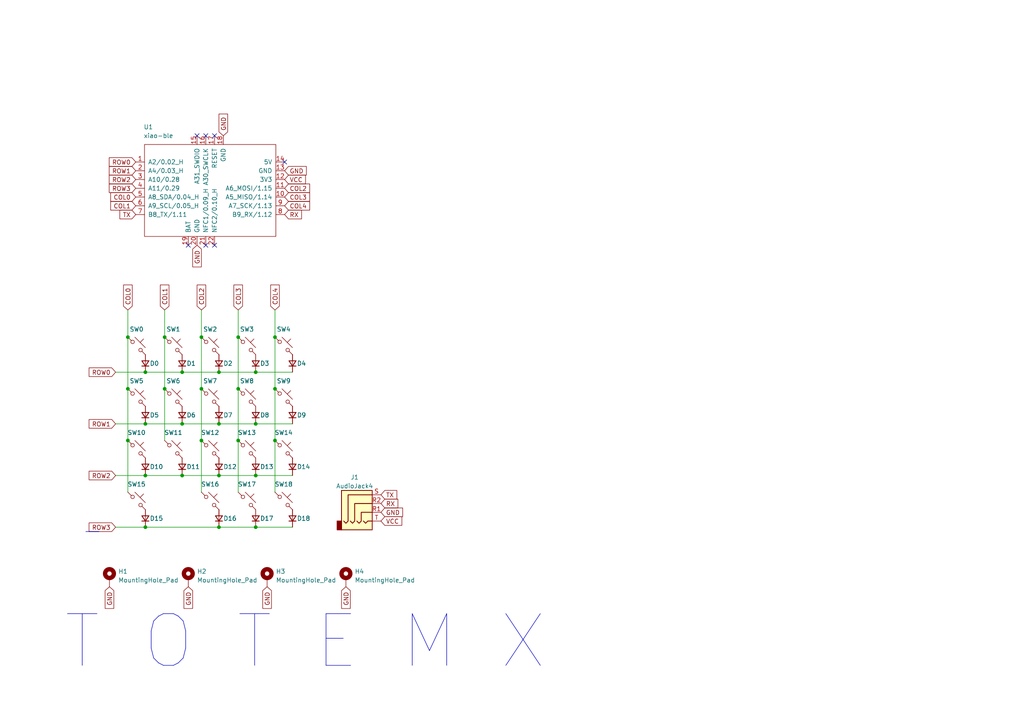
<source format=kicad_sch>
(kicad_sch (version 20230121) (generator eeschema)
  (paper "A4")
  (title_block (title "TOTEMX split keyboard") (date "2023-05-17") (rev "0.1") (comment 1 "made by GEIST"))
  (lib_symbols
    (symbol "Connector_Audio:AudioJack4"
      (property "Reference" "J" (at 0 8.89 0))
      (property "Value" "AudioJack4" (at 0 6.35 0))
      (symbol "AudioJack4_0_1"
        (rectangle (start -6.35 -5.08) (end -7.62 -7.62) (stroke (width 0.254)) (fill (type outline)))
        (polyline (pts (xy 0 -5.08) (xy 0.635 -5.715) (xy 1.27 -5.08) (xy 2.54 -5.08)) (stroke (width 0.254)))
        (polyline (pts (xy -5.715 -5.08) (xy -5.08 -5.715) (xy -4.445 -5.08) (xy -4.445 2.54) (xy 2.54 2.54)) (stroke (width 0.254)))
        (polyline (pts (xy -1.905 -5.08) (xy -1.27 -5.715) (xy -0.635 -5.08) (xy -0.635 -2.54) (xy 2.54 -2.54)) (stroke (width 0.254)))
        (polyline (pts (xy 2.54 0) (xy -2.54 0) (xy -2.54 -5.08) (xy -3.175 -5.715) (xy -3.81 -5.08)) (stroke (width 0.254)))
        (rectangle (start 2.54 3.81) (end -6.35 -7.62) (stroke (width 0.254)) (fill (type background)))
      )
      (symbol "AudioJack4_1_1"
        (pin passive line (at 5.08 -2.54 180) (length 2.54) (name "~") (number "R1"))
        (pin passive line (at 5.08 0 180) (length 2.54) (name "~") (number "R2"))
        (pin passive line (at 5.08 2.54 180) (length 2.54) (name "~") (number "S"))
        (pin passive line (at 5.08 -5.08 180) (length 2.54) (name "~") (number "T"))
      )
    )
    (symbol "Device:D_Small" (pin_numbers hide) (pin_names (offset 0.254) hide)
      (property "Reference" "D" (at -1.27 2.032 0))
      (property "Value" "D_Small" (at -3.81 -2.032 0))
      (symbol "D_Small_0_1"
        (polyline (pts (xy -0.762 -1.016) (xy -0.762 1.016)) (stroke (width 0.254)))
        (polyline (pts (xy -0.762 0) (xy 0.762 0)))
        (polyline (pts (xy 0.762 -1.016) (xy -0.762 0) (xy 0.762 1.016) (xy 0.762 -1.016)) (stroke (width 0.254)))
      )
      (symbol "D_Small_1_1"
        (pin passive line (at -2.54 0 0) (length 1.778) (name "K") (number "1"))
        (pin passive line (at 2.54 0 180) (length 1.778) (name "A") (number "2"))
      )
    )
    (symbol "Mechanical:MountingHole_Pad" (pin_numbers hide) (pin_names (offset 1.016) hide)
      (property "Reference" "H" (at 0 6.35 0))
      (property "Value" "MountingHole_Pad" (at 0 4.445 0))
      (symbol "MountingHole_Pad_0_1"
        (circle (center 0 1.27) (radius 1.27) (stroke (width 1.27)))
      )
      (symbol "MountingHole_Pad_1_1"
        (pin input line (at 0 -2.54 90) (length 2.54) (name "1") (number "1"))
      )
    )
    (symbol "Switch:SW_Push_45deg" (pin_numbers hide) (pin_names (offset 1.016) hide)
      (property "Reference" "SW" (at 3.048 1.016 0))
      (property "Value" "SW_Push_45deg" (at 0 -3.81 0))
      (symbol "SW_Push_45deg_0_1"
        (circle (center -1.1684 1.1684) (radius 0.508))
        (polyline (pts (xy -0.508 2.54) (xy 2.54 -0.508)))
        (polyline (pts (xy 1.016 1.016) (xy 2.032 2.032)))
        (polyline (pts (xy -2.54 2.54) (xy -1.524 1.524) (xy -1.524 1.524)))
        (polyline (pts (xy 1.524 -1.524) (xy 2.54 -2.54) (xy 2.54 -2.54) (xy 2.54 -2.54)))
        (circle (center 1.143 -1.1938) (radius 0.508))
        (pin passive line (at -2.54 2.54 0) (length 0) (name "1") (number "1"))
        (pin passive line (at 2.54 -2.54 180) (length 0) (name "2") (number "2"))
      )
    )
    (symbol "mcu:xiao-ble" (pin_names (offset 1.016))
      (property "Reference" "U" (at -17.78 16.51 0))
      (property "Value" "xiao-ble" (at -15.24 13.97 0))
      (symbol "xiao-ble_0_1"
        (rectangle (start -19.05 12.7) (end 19.05 -13.97))
      )
      (symbol "xiao-ble_1_1"
        (pin bidirectional line (at -21.59 7.62 0) (length 2.54) (name "A2/0.02_H") (number "1"))
        (pin bidirectional line (at 21.59 -2.54 180) (length 2.54) (name "A5_MISO/1.14") (number "10"))
        (pin bidirectional line (at 21.59 0 180) (length 2.54) (name "A6_MOSI/1.15") (number "11"))
        (pin power_out line (at 21.59 2.54 180) (length 2.54) (name "3V3") (number "12"))
        (pin power_out line (at 21.59 5.08 180) (length 2.54) (name "GND") (number "13"))
        (pin power_out line (at 21.59 7.62 180) (length 2.54) (name "5V") (number "14"))
        (pin input line (at -3.81 15.24 270) (length 2.54) (name "A31_SWDIO") (number "15"))
        (pin input line (at -1.27 15.24 270) (length 2.54) (name "A30_SWCLK") (number "16"))
        (pin input line (at 1.27 15.24 270) (length 2.54) (name "RESET") (number "17"))
        (pin power_out line (at 3.81 15.24 270) (length 2.54) (name "GND") (number "18"))
        (pin bidirectional line (at -6.35 -16.51 90) (length 2.54) (name "BAT") (number "19"))
        (pin bidirectional line (at -21.59 5.08 0) (length 2.54) (name "A4/0.03_H") (number "2"))
        (pin power_out line (at -3.81 -16.51 90) (length 2.54) (name "GND") (number "20"))
        (pin bidirectional line (at -1.27 -16.51 90) (length 2.54) (name "NFC1/0.09_H") (number "21"))
        (pin bidirectional line (at 1.27 -16.51 90) (length 2.54) (name "NFC2/0.10_H") (number "22"))
        (pin bidirectional line (at -21.59 2.54 0) (length 2.54) (name "A10/0.28") (number "3"))
        (pin bidirectional line (at -21.59 0 0) (length 2.54) (name "A11/0.29") (number "4"))
        (pin bidirectional line (at -21.59 -2.54 0) (length 2.54) (name "A8_SDA/0.04_H") (number "5"))
        (pin bidirectional line (at -21.59 -5.08 0) (length 2.54) (name "A9_SCL/0.05_H") (number "6"))
        (pin bidirectional line (at -21.59 -7.62 0) (length 2.54) (name "B8_TX/1.11") (number "7"))
        (pin bidirectional line (at 21.59 -7.62 180) (length 2.54) (name "B9_RX/1.12") (number "8"))
        (pin bidirectional line (at 21.59 -5.08 180) (length 2.54) (name "A7_SCK/1.13") (number "9"))
      )
    )
  )
  (junction (at 37.084 97.79))
  (junction (at 37.084 127.762))
  (junction (at 52.832 107.95))
  (junction (at 47.752 112.776))
  (junction (at 58.42 112.776))
  (junction (at 74.168 122.936))
  (junction (at 52.832 137.922))
  (junction (at 42.164 152.908))
  (junction (at 79.756 97.79))
  (junction (at 74.168 137.922))
  (junction (at 79.756 112.776))
  (junction (at 47.752 97.79))
  (junction (at 74.168 107.95))
  (junction (at 58.42 97.79))
  (junction (at 63.5 137.922))
  (junction (at 42.164 137.922))
  (junction (at 69.088 97.79))
  (junction (at 63.5 107.95))
  (junction (at 63.5 152.908))
  (junction (at 52.832 122.936))
  (junction (at 37.084 112.776))
  (junction (at 74.168 152.908))
  (junction (at 58.42 127.762))
  (junction (at 42.164 122.936))
  (junction (at 69.088 112.776))
  (junction (at 79.756 127.762))
  (junction (at 69.088 127.762))
  (junction (at 63.5 122.936))
  (junction (at 42.164 107.95))
  (no_connect (at 59.69 71.12))
  (no_connect (at 62.23 71.12))
  (no_connect (at 54.61 71.12))
  (no_connect (at 59.69 39.37))
  (no_connect (at 57.15 39.37))
  (no_connect (at 62.23 39.37))
  (no_connect (at 82.55 46.99))
  (wire (pts (xy 69.088 97.79) (xy 69.088 112.776)))
  (wire (pts (xy 52.832 137.922) (xy 63.5 137.922)))
  (wire (pts (xy 74.168 122.936) (xy 84.836 122.936)))
  (wire (pts (xy 69.088 112.776) (xy 69.088 127.762)))
  (wire (pts (xy 58.42 127.762) (xy 58.42 142.748)))
  (wire (pts (xy 42.164 122.936) (xy 52.832 122.936)))
  (wire (pts (xy 79.756 97.79) (xy 79.756 112.776)))
  (wire (pts (xy 37.084 127.762) (xy 37.084 142.748)))
  (wire (pts (xy 33.528 122.936) (xy 42.164 122.936)))
  (wire (pts (xy 42.164 137.922) (xy 52.832 137.922)))
  (polyline (pts (xy 24.892 154.178) (xy 28.702 154.178)))
  (wire (pts (xy 74.168 107.95) (xy 84.836 107.95)))
  (wire (pts (xy 37.084 89.916) (xy 37.084 97.79)))
  (wire (pts (xy 79.756 89.916) (xy 79.756 97.79)))
  (wire (pts (xy 42.164 152.908) (xy 63.5 152.908)))
  (wire (pts (xy 69.088 89.916) (xy 69.088 97.79)))
  (wire (pts (xy 79.756 127.762) (xy 79.756 142.748)))
  (wire (pts (xy 33.528 107.95) (xy 42.164 107.95)))
  (wire (pts (xy 79.756 112.776) (xy 79.756 127.762)))
  (wire (pts (xy 52.832 122.936) (xy 63.5 122.936)))
  (wire (pts (xy 63.5 137.922) (xy 74.168 137.922)))
  (wire (pts (xy 52.832 107.95) (xy 63.5 107.95)))
  (wire (pts (xy 63.5 122.936) (xy 74.168 122.936)))
  (wire (pts (xy 47.752 97.79) (xy 47.752 112.776)))
  (wire (pts (xy 47.752 112.776) (xy 47.752 127.762)))
  (wire (pts (xy 47.752 89.916) (xy 47.752 97.79)))
  (wire (pts (xy 42.164 107.95) (xy 52.832 107.95)))
  (wire (pts (xy 58.42 112.776) (xy 58.42 127.762)))
  (wire (pts (xy 69.088 127.762) (xy 69.088 142.748)))
  (wire (pts (xy 63.5 152.908) (xy 74.168 152.908)))
  (wire (pts (xy 33.528 137.922) (xy 42.164 137.922)))
  (wire (pts (xy 74.168 152.908) (xy 84.836 152.908)))
  (wire (pts (xy 58.42 97.79) (xy 58.42 112.776)))
  (wire (pts (xy 37.084 97.79) (xy 37.084 112.776)))
  (wire (pts (xy 58.42 89.916) (xy 58.42 97.79)))
  (wire (pts (xy 63.5 107.95) (xy 74.168 107.95)))
  (wire (pts (xy 33.528 152.908) (xy 42.164 152.908)))
  (wire (pts (xy 37.084 112.776) (xy 37.084 127.762)))
  (wire (pts (xy 74.168 137.922) (xy 84.836 137.922)))
  (text "T O T E M X" (at 18.034 195.072 0) (effects (font (size 15 15)) (justify left bottom)))
  (global_label "COL3" (shape input) (at 69.088 89.916 90) (property "Intersheetrefs" "${INTERSHEET_REFS}" (effects hide)))
  (global_label "COL4" (shape input) (at 79.756 89.916 90) (property "Intersheetrefs" "${INTERSHEET_REFS}" (effects hide)))
  (global_label "COL1" (shape input) (at 47.752 89.916 90) (property "Intersheetrefs" "${INTERSHEET_REFS}" (effects hide)))
  (global_label "GND" (shape input) (at 64.77 39.37 90) (property "Intersheetrefs" "${INTERSHEET_REFS}" (effects hide)))
  (global_label "GND" (shape input) (at 82.55 49.53 0) (property "Intersheetrefs" "${INTERSHEET_REFS}" (effects hide)))
  (global_label "GND" (shape input) (at 77.47 170.18 270) (property "Intersheetrefs" "${INTERSHEET_REFS}" (effects hide)))
  (global_label "GND" (shape input) (at 31.75 170.18 270) (property "Intersheetrefs" "${INTERSHEET_REFS}" (effects hide)))
  (global_label "ROW3" (shape input) (at 33.528 152.908 180) (property "Intersheetrefs" "${INTERSHEET_REFS}" (effects hide)))
  (global_label "GND" (shape input) (at 57.15 71.12 270) (property "Intersheetrefs" "${INTERSHEET_REFS}" (effects hide)))
  (global_label "GND" (shape input) (at 54.61 170.18 270) (property "Intersheetrefs" "${INTERSHEET_REFS}" (effects hide)))
  (global_label "VCC" (shape input) (at 82.55 52.07 0) (property "Intersheetrefs" "${INTERSHEET_REFS}" (effects hide)))
  (global_label "ROW0" (shape input) (at 33.528 107.95 180) (property "Intersheetrefs" "${INTERSHEET_REFS}" (effects hide)))
  (global_label "RX" (shape input) (at 82.55 62.23 0) (property "Intersheetrefs" "${INTERSHEET_REFS}" (effects hide)))
  (global_label "COL0" (shape input) (at 37.084 89.916 90) (property "Intersheetrefs" "${INTERSHEET_REFS}" (effects hide)))
  (global_label "ROW3" (shape input) (at 39.37 54.61 180) (property "Intersheetrefs" "${INTERSHEET_REFS}" (effects hide)))
  (global_label "GND" (shape input) (at 110.49 148.59 0) (property "Intersheetrefs" "${INTERSHEET_REFS}" (effects hide)))
  (global_label "VCC" (shape input) (at 110.49 151.13 0) (property "Intersheetrefs" "${INTERSHEET_REFS}" (effects hide)))
  (global_label "ROW1" (shape input) (at 33.528 122.936 180) (property "Intersheetrefs" "${INTERSHEET_REFS}" (effects hide)))
  (global_label "ROW2" (shape input) (at 39.37 52.07 180) (property "Intersheetrefs" "${INTERSHEET_REFS}" (effects hide)))
  (global_label "RX" (shape input) (at 110.49 146.05 0) (property "Intersheetrefs" "${INTERSHEET_REFS}" (effects hide)))
  (global_label "ROW1" (shape input) (at 39.37 49.53 180) (property "Intersheetrefs" "${INTERSHEET_REFS}" (effects hide)))
  (global_label "TX" (shape input) (at 110.49 143.51 0) (property "Intersheetrefs" "${INTERSHEET_REFS}" (effects hide)))
  (global_label "COL0" (shape input) (at 39.37 57.15 180) (property "Intersheetrefs" "${INTERSHEET_REFS}" (effects hide)))
  (global_label "COL2" (shape input) (at 82.55 54.61 0) (property "Intersheetrefs" "${INTERSHEET_REFS}" (effects hide)))
  (global_label "COL3" (shape input) (at 82.55 57.15 0) (property "Intersheetrefs" "${INTERSHEET_REFS}" (effects hide)))
  (global_label "COL2" (shape input) (at 58.42 89.916 90) (property "Intersheetrefs" "${INTERSHEET_REFS}" (effects hide)))
  (global_label "TX" (shape input) (at 39.37 62.23 180) (property "Intersheetrefs" "${INTERSHEET_REFS}" (effects hide)))
  (global_label "ROW2" (shape input) (at 33.528 137.922 180) (property "Intersheetrefs" "${INTERSHEET_REFS}" (effects hide)))
  (global_label "GND" (shape input) (at 100.33 170.18 270) (property "Intersheetrefs" "${INTERSHEET_REFS}" (effects hide)))
  (global_label "COL4" (shape input) (at 82.55 59.69 0) (property "Intersheetrefs" "${INTERSHEET_REFS}" (effects hide)))
  (global_label "ROW0" (shape input) (at 39.37 46.99 180) (property "Intersheetrefs" "${INTERSHEET_REFS}" (effects hide)))
  (global_label "COL1" (shape input) (at 39.37 59.69 180) (property "Intersheetrefs" "${INTERSHEET_REFS}" (effects hide)))
  (symbol (lib_id "Device:D_Small") (at 84.836 150.368 90) (unit 1)
    (property "Reference" "D18" (at 86.106 150.368 90) (effects (justify right)))
    (property "Value" "D_Small" (effects hide))
    (property "Footprint" "TOTEMlib:TOTEM.DIODE" (effects hide))
  )
  (symbol (lib_id "Switch:SW_Push_45deg") (at 60.96 145.288 0) (unit 1)
    (property "Reference" "SW16" (at 60.96 140.462 0))
    (property "Value" "SW_Push_45deg" (effects hide))
    (property "Footprint" "TOTEMlib:TOTEM.MX.CHOC.KS27" (effects hide))
  )
  (symbol (lib_id "Switch:SW_Push_45deg") (at 39.624 145.288 0) (unit 1)
    (property "Reference" "SW15" (at 39.624 140.462 0))
    (property "Value" "SW_Push_45deg" (effects hide))
    (property "Footprint" "TOTEMlib:TOTEM.MX.CHOC.KS27" (effects hide))
  )
  (symbol (lib_id "Switch:SW_Push_45deg") (at 71.628 100.33 0) (unit 1)
    (property "Reference" "SW3" (at 71.628 95.504 0))
    (property "Value" "SW_Push_45deg" (effects hide))
    (property "Footprint" "TOTEMlib:TOTEM.MX.CHOC.KS27" (effects hide))
  )
  (symbol (lib_id "Switch:SW_Push_45deg") (at 60.96 100.33 0) (unit 1)
    (property "Reference" "SW2" (at 60.96 95.504 0))
    (property "Value" "SW_Push_45deg" (effects hide))
    (property "Footprint" "TOTEMlib:TOTEM.MX.CHOC.KS27" (effects hide))
  )
  (symbol (lib_id "Switch:SW_Push_45deg") (at 50.292 115.316 0) (unit 1)
    (property "Reference" "SW6" (at 50.292 110.49 0))
    (property "Value" "SW_Push_45deg" (effects hide))
    (property "Footprint" "TOTEMlib:TOTEM.MX.CHOC.KS27" (effects hide))
  )
  (symbol (lib_id "mcu:xiao-ble") (at 60.96 54.61 0) (unit 1)
    (property "Reference" "U1" (at 41.656 36.83 0) (effects (justify left)))
    (property "Value" "xiao-ble" (at 41.656 39.37 0) (effects (justify left)))
    (property "Footprint" "TOTEMlib:Xiao THT jumper pad" (effects hide))
  )
  (symbol (lib_id "Device:D_Small") (at 42.164 105.41 90) (unit 1)
    (property "Reference" "D0" (at 43.434 105.41 90) (effects (justify right)))
    (property "Value" "D_Small" (effects hide))
    (property "Footprint" "TOTEMlib:TOTEM.DIODE" (effects hide))
  )
  (symbol (lib_id "Mechanical:MountingHole_Pad") (at 77.47 167.64 0) (unit 1)
    (property "Reference" "H3" (at 80.01 165.735 0) (effects (justify left)))
    (property "Value" "MountingHole_Pad" (at 80.01 168.275 0) (effects (justify left)))
    (property "Footprint" "MountingHole:MountingHole_2.2mm_M2_DIN965_Pad" (effects hide))
  )
  (symbol (lib_id "Device:D_Small") (at 52.832 105.41 90) (unit 1)
    (property "Reference" "D1" (at 54.102 105.41 90) (effects (justify right)))
    (property "Value" "D_Small" (effects hide))
    (property "Footprint" "TOTEMlib:TOTEM.DIODE" (effects hide))
  )
  (symbol (lib_id "Switch:SW_Push_45deg") (at 60.96 115.316 0) (unit 1)
    (property "Reference" "SW7" (at 60.96 110.49 0))
    (property "Value" "SW_Push_45deg" (effects hide))
    (property "Footprint" "TOTEMlib:TOTEM.MX.CHOC.KS27" (effects hide))
  )
  (symbol (lib_id "Switch:SW_Push_45deg") (at 71.628 130.302 0) (unit 1)
    (property "Reference" "SW13" (at 71.628 125.476 0))
    (property "Value" "SW_Push_45deg" (effects hide))
    (property "Footprint" "TOTEMlib:TOTEM.MX.CHOC.KS27" (effects hide))
  )
  (symbol (lib_id "Device:D_Small") (at 74.168 135.382 90) (unit 1)
    (property "Reference" "D13" (at 75.438 135.382 90) (effects (justify right)))
    (property "Value" "D_Small" (effects hide))
    (property "Footprint" "TOTEMlib:TOTEM.DIODE" (effects hide))
  )
  (symbol (lib_id "Switch:SW_Push_45deg") (at 82.296 145.288 0) (unit 1)
    (property "Reference" "SW18" (at 82.296 140.462 0))
    (property "Value" "SW_Push_45deg" (effects hide))
    (property "Footprint" "TOTEMlib:TOTEM.MX.CHOC.KS27" (effects hide))
  )
  (symbol (lib_id "Switch:SW_Push_45deg") (at 39.624 100.33 0) (unit 1)
    (property "Reference" "SW0" (at 39.624 95.504 0))
    (property "Value" "SW_Push_45deg" (effects hide))
    (property "Footprint" "TOTEMlib:TOTEM.MX.CHOC.KS27" (effects hide))
  )
  (symbol (lib_id "Device:D_Small") (at 84.836 105.41 90) (unit 1)
    (property "Reference" "D4" (at 86.106 105.41 90) (effects (justify right)))
    (property "Value" "D_Small" (effects hide))
    (property "Footprint" "TOTEMlib:TOTEM.DIODE" (effects hide))
  )
  (symbol (lib_id "Switch:SW_Push_45deg") (at 71.628 115.316 0) (unit 1)
    (property "Reference" "SW8" (at 71.628 110.49 0))
    (property "Value" "SW_Push_45deg" (effects hide))
    (property "Footprint" "TOTEMlib:TOTEM.MX.CHOC.KS27" (effects hide))
  )
  (symbol (lib_id "Switch:SW_Push_45deg") (at 82.296 100.33 0) (unit 1)
    (property "Reference" "SW4" (at 82.296 95.504 0))
    (property "Value" "SW_Push_45deg" (effects hide))
    (property "Footprint" "TOTEMlib:TOTEM.MX.CHOC.KS27" (effects hide))
  )
  (symbol (lib_id "Device:D_Small") (at 84.836 120.396 90) (unit 1)
    (property "Reference" "D9" (at 86.106 120.396 90) (effects (justify right)))
    (property "Value" "D_Small" (effects hide))
    (property "Footprint" "TOTEMlib:TOTEM.DIODE" (effects hide))
  )
  (symbol (lib_id "Mechanical:MountingHole_Pad") (at 31.75 167.64 0) (unit 1)
    (property "Reference" "H1" (at 34.29 165.735 0) (effects (justify left)))
    (property "Value" "MountingHole_Pad" (at 34.29 168.275 0) (effects (justify left)))
    (property "Footprint" "MountingHole:MountingHole_2.2mm_M2_DIN965_Pad" (effects hide))
  )
  (symbol (lib_id "Device:D_Small") (at 74.168 150.368 90) (unit 1)
    (property "Reference" "D17" (at 75.438 150.368 90) (effects (justify right)))
    (property "Value" "D_Small" (effects hide))
    (property "Footprint" "TOTEMlib:TOTEM.DIODE" (effects hide))
  )
  (symbol (lib_id "Device:D_Small") (at 52.832 120.396 90) (unit 1)
    (property "Reference" "D6" (at 54.102 120.396 90) (effects (justify right)))
    (property "Value" "D_Small" (effects hide))
    (property "Footprint" "TOTEMlib:TOTEM.DIODE" (effects hide))
  )
  (symbol (lib_id "Device:D_Small") (at 63.5 105.41 90) (unit 1)
    (property "Reference" "D2" (at 64.77 105.41 90) (effects (justify right)))
    (property "Value" "D_Small" (effects hide))
    (property "Footprint" "TOTEMlib:TOTEM.DIODE" (effects hide))
  )
  (symbol (lib_id "Switch:SW_Push_45deg") (at 50.292 100.33 0) (unit 1)
    (property "Reference" "SW1" (at 50.292 95.504 0))
    (property "Value" "SW_Push_45deg" (effects hide))
    (property "Footprint" "TOTEMlib:TOTEM.MX.CHOC.KS27" (effects hide))
  )
  (symbol (lib_id "Switch:SW_Push_45deg") (at 82.296 130.302 0) (unit 1)
    (property "Reference" "SW14" (at 82.296 125.476 0))
    (property "Value" "SW_Push_45deg" (effects hide))
    (property "Footprint" "TOTEMlib:TOTEM.MX.CHOC.KS27" (effects hide))
  )
  (symbol (lib_id "Switch:SW_Push_45deg") (at 82.296 115.316 0) (unit 1)
    (property "Reference" "SW9" (at 82.296 110.49 0))
    (property "Value" "SW_Push_45deg" (effects hide))
    (property "Footprint" "TOTEMlib:TOTEM.MX.CHOC.KS27" (effects hide))
  )
  (symbol (lib_id "Mechanical:MountingHole_Pad") (at 100.33 167.64 0) (unit 1)
    (property "Reference" "H4" (at 102.87 165.735 0) (effects (justify left)))
    (property "Value" "MountingHole_Pad" (at 102.87 168.275 0) (effects (justify left)))
    (property "Footprint" "MountingHole:MountingHole_2.2mm_M2_DIN965_Pad" (effects hide))
  )
  (symbol (lib_id "Switch:SW_Push_45deg") (at 60.96 130.302 0) (unit 1)
    (property "Reference" "SW12" (at 60.96 125.476 0))
    (property "Value" "SW_Push_45deg" (effects hide))
    (property "Footprint" "TOTEMlib:TOTEM.MX.CHOC.KS27" (effects hide))
  )
  (symbol (lib_id "Device:D_Small") (at 42.164 150.368 90) (unit 1)
    (property "Reference" "D15" (at 43.434 150.368 90) (effects (justify right)))
    (property "Value" "D_Small" (effects hide))
    (property "Footprint" "TOTEMlib:TOTEM.DIODE" (effects hide))
  )
  (symbol (lib_id "Device:D_Small") (at 84.836 135.382 90) (unit 1)
    (property "Reference" "D14" (at 86.106 135.382 90) (effects (justify right)))
    (property "Value" "D_Small" (effects hide))
    (property "Footprint" "TOTEMlib:TOTEM.DIODE" (effects hide))
  )
  (symbol (lib_id "Connector_Audio:AudioJack4") (at 105.41 146.05 0) (unit 1)
    (property "Reference" "J1" (at 102.87 138.43 0))
    (property "Value" "AudioJack4" (at 102.87 140.97 0))
    (property "Footprint" "TOTEMlib:TOTEM.MJ-4PP-9" (effects hide))
  )
  (symbol (lib_id "Device:D_Small") (at 42.164 120.396 90) (unit 1)
    (property "Reference" "D5" (at 43.434 120.396 90) (effects (justify right)))
    (property "Value" "D_Small" (effects hide))
    (property "Footprint" "TOTEMlib:TOTEM.DIODE" (effects hide))
  )
  (symbol (lib_id "Device:D_Small") (at 63.5 150.368 90) (unit 1)
    (property "Reference" "D16" (at 64.77 150.368 90) (effects (justify right)))
    (property "Value" "D_Small" (effects hide))
    (property "Footprint" "TOTEMlib:TOTEM.DIODE" (effects hide))
  )
  (symbol (lib_id "Device:D_Small") (at 63.5 120.396 90) (unit 1)
    (property "Reference" "D7" (at 64.77 120.396 90) (effects (justify right)))
    (property "Value" "D_Small" (effects hide))
    (property "Footprint" "TOTEMlib:TOTEM.DIODE" (effects hide))
  )
  (symbol (lib_id "Device:D_Small") (at 42.164 135.382 90) (unit 1)
    (property "Reference" "D10" (at 43.434 135.382 90) (effects (justify right)))
    (property "Value" "D_Small" (effects hide))
    (property "Footprint" "TOTEMlib:TOTEM.DIODE" (effects hide))
  )
  (symbol (lib_id "Device:D_Small") (at 63.5 135.382 90) (unit 1)
    (property "Reference" "D12" (at 64.77 135.382 90) (effects (justify right)))
    (property "Value" "D_Small" (effects hide))
    (property "Footprint" "TOTEMlib:TOTEM.DIODE" (effects hide))
  )
  (symbol (lib_id "Switch:SW_Push_45deg") (at 50.292 130.302 0) (unit 1)
    (property "Reference" "SW11" (at 50.292 125.476 0))
    (property "Value" "SW_Push_45deg" (effects hide))
    (property "Footprint" "TOTEMlib:TOTEM.MX.CHOC.KS27" (effects hide))
  )
  (symbol (lib_id "Switch:SW_Push_45deg") (at 71.628 145.288 0) (unit 1)
    (property "Reference" "SW17" (at 71.628 140.462 0))
    (property "Value" "SW_Push_45deg" (effects hide))
    (property "Footprint" "TOTEMlib:TOTEM.MX.CHOC.KS27" (effects hide))
  )
  (symbol (lib_id "Switch:SW_Push_45deg") (at 39.624 115.316 0) (unit 1)
    (property "Reference" "SW5" (at 39.624 110.49 0))
    (property "Value" "SW_Push_45deg" (effects hide))
    (property "Footprint" "TOTEMlib:TOTEM.MX.CHOC.KS27" (effects hide))
  )
  (symbol (lib_id "Device:D_Small") (at 74.168 105.41 90) (unit 1)
    (property "Reference" "D3" (at 75.438 105.41 90) (effects (justify right)))
    (property "Value" "D_Small" (effects hide))
    (property "Footprint" "TOTEMlib:TOTEM.DIODE" (effects hide))
  )
  (symbol (lib_id "Device:D_Small") (at 74.168 120.396 90) (unit 1)
    (property "Reference" "D8" (at 75.438 120.396 90) (effects (justify right)))
    (property "Value" "D_Small" (effects hide))
    (property "Footprint" "TOTEMlib:TOTEM.DIODE" (effects hide))
  )
  (symbol (lib_id "Device:D_Small") (at 52.832 135.382 90) (unit 1)
    (property "Reference" "D11" (at 54.102 135.382 90) (effects (justify right)))
    (property "Value" "D_Small" (effects hide))
    (property "Footprint" "TOTEMlib:TOTEM.DIODE" (effects hide))
  )
  (symbol (lib_id "Switch:SW_Push_45deg") (at 39.624 130.302 0) (unit 1)
    (property "Reference" "SW10" (at 39.624 125.476 0))
    (property "Value" "SW_Push_45deg" (effects hide))
    (property "Footprint" "TOTEMlib:TOTEM.MX.CHOC.KS27" (effects hide))
  )
  (symbol (lib_id "Mechanical:MountingHole_Pad") (at 54.61 167.64 0) (unit 1)
    (property "Reference" "H2" (at 57.15 165.735 0) (effects (justify left)))
    (property "Value" "MountingHole_Pad" (at 57.15 168.275 0) (effects (justify left)))
    (property "Footprint" "MountingHole:MountingHole_2.2mm_M2_DIN965_Pad" (effects hide))
  )
)
</source>
